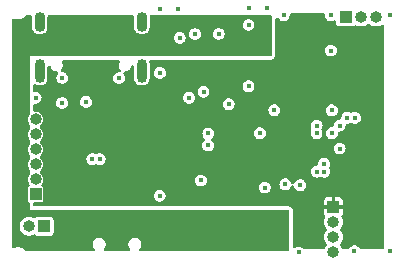
<source format=gbr>
%TF.GenerationSoftware,KiCad,Pcbnew,8.0.2-1*%
%TF.CreationDate,2024-05-16T14:53:04+09:00*%
%TF.ProjectId,eeg,6565672e-6b69-4636-9164-5f7063625858,rev?*%
%TF.SameCoordinates,Original*%
%TF.FileFunction,Copper,L3,Inr*%
%TF.FilePolarity,Positive*%
%FSLAX46Y46*%
G04 Gerber Fmt 4.6, Leading zero omitted, Abs format (unit mm)*
G04 Created by KiCad (PCBNEW 8.0.2-1) date 2024-05-16 14:53:04*
%MOMM*%
%LPD*%
G01*
G04 APERTURE LIST*
%TA.AperFunction,ComponentPad*%
%ADD10R,1.000000X1.000000*%
%TD*%
%TA.AperFunction,ComponentPad*%
%ADD11O,1.000000X1.000000*%
%TD*%
%TA.AperFunction,ComponentPad*%
%ADD12O,0.900000X2.000000*%
%TD*%
%TA.AperFunction,ComponentPad*%
%ADD13O,0.900000X1.700000*%
%TD*%
%TA.AperFunction,ViaPad*%
%ADD14C,0.400000*%
%TD*%
%TA.AperFunction,ViaPad*%
%ADD15C,0.450000*%
%TD*%
G04 APERTURE END LIST*
D10*
%TO.N,/DVDD*%
%TO.C,J2*%
X160220000Y-106230000D03*
D11*
%TO.N,/SWDIO*%
X160220000Y-107500000D03*
%TO.N,/SWDCLK*%
X160220000Y-108770000D03*
%TO.N,GND*%
X160220000Y-110040000D03*
%TD*%
D10*
%TO.N,/UART_RX*%
%TO.C,J1*%
X161265000Y-90160000D03*
D11*
%TO.N,/UART_TX*%
X162535000Y-90160000D03*
%TO.N,GND*%
X163805000Y-90160000D03*
%TD*%
D10*
%TO.N,/ads1299/1P*%
%TO.C,J4*%
X135000000Y-105175000D03*
D11*
%TO.N,/ads1299/2P*%
X135000000Y-103905000D03*
%TO.N,/ads1299/3P*%
X135000000Y-102635000D03*
%TO.N,/ads1299/4P*%
X135000000Y-101365000D03*
%TO.N,/ads1299/REF*%
X135000000Y-100095000D03*
%TO.N,/ads1299/BIAS*%
X135000000Y-98825000D03*
%TD*%
D10*
%TO.N,Net-(BT1-+)*%
%TO.C,BT1*%
X135720000Y-107870000D03*
D11*
%TO.N,GND*%
X134450000Y-107870000D03*
%TD*%
D12*
%TO.N,unconnected-(J3-SHIELD-PadS1)_0*%
%TO.C,J3*%
X135350000Y-94750000D03*
%TO.N,unconnected-(J3-SHIELD-PadS1)_2*%
X144000000Y-94750000D03*
D13*
%TO.N,unconnected-(J3-SHIELD-PadS1)*%
X135350000Y-90580000D03*
%TO.N,unconnected-(J3-SHIELD-PadS1)_1*%
X144000000Y-90580000D03*
%TD*%
D14*
%TO.N,VSSA*%
X153100000Y-89400000D03*
X154600000Y-89400000D03*
X153031075Y-90834648D03*
%TO.N,/DVDD*%
X152740000Y-101520000D03*
X147379996Y-98330000D03*
X157050000Y-91670000D03*
X159100000Y-94530000D03*
X145600000Y-104440000D03*
X156100000Y-100520000D03*
X157737500Y-108262500D03*
X157737500Y-106602500D03*
X156320000Y-102250000D03*
%TO.N,/USB-C/VBUS_IN*%
X137250000Y-97440000D03*
X142075000Y-95330000D03*
X147200000Y-91920000D03*
X137275000Y-95330000D03*
%TO.N,/nrf5340/VBUS_OUT*%
X139285774Y-97345000D03*
X155220000Y-98050000D03*
%TO.N,/AVDD*%
X153030000Y-96020000D03*
X149150000Y-108280000D03*
D15*
X149620000Y-92670000D03*
D14*
X151340000Y-97540000D03*
X154420000Y-91000000D03*
X139190000Y-92610000D03*
X148120000Y-107260000D03*
%TO.N,/power/CHG*%
X145525000Y-89500000D03*
X145520000Y-94890000D03*
%TO.N,/nrf5340/SDA*%
X145500000Y-105300000D03*
X159440000Y-103250000D03*
%TO.N,/power/PVDD*%
X149610000Y-101040000D03*
X149620000Y-100020000D03*
X147100000Y-89500000D03*
X149220000Y-96500000D03*
X139800000Y-102190000D03*
X140430000Y-102190000D03*
%TO.N,GND*%
X148000000Y-97000000D03*
X160000000Y-90000000D03*
X135000000Y-97000000D03*
X156000000Y-90000000D03*
X154000000Y-100000000D03*
X160000000Y-93000000D03*
X165000000Y-90000000D03*
X149000000Y-104000000D03*
X162000000Y-110000000D03*
X165000000Y-110000000D03*
%TO.N,/nrf5340/BMI270_CS*%
X157300000Y-110100000D03*
X160740000Y-99350000D03*
%TO.N,/ads1299/SCK*%
X154405823Y-104600498D03*
X160090000Y-100000000D03*
%TO.N,/ads1299/MISO*%
X160090000Y-98060000D03*
X156147102Y-104324650D03*
%TO.N,/ads1299/~{DRDY}*%
X161390000Y-98700000D03*
%TO.N,/ads1299/MOSI*%
X158790000Y-103250000D03*
%TO.N,/ads1299/~{ADS1299_CS}*%
X160740000Y-101300000D03*
%TO.N,/ads1299/START*%
X159440000Y-102600000D03*
%TO.N,/USB-C/DP1*%
X150500000Y-91600000D03*
X158790000Y-99350000D03*
%TO.N,/USB-C/DN1*%
X158790000Y-100000000D03*
X148500000Y-91600000D03*
%TO.N,/BMI270_INT1*%
X162040000Y-98700000D03*
X157400000Y-104400000D03*
%TD*%
%TA.AperFunction,Conductor*%
%TO.N,/AVDD*%
G36*
X134625000Y-90019962D02*
G01*
X134679538Y-90074500D01*
X134699500Y-90149000D01*
X134699500Y-91044072D01*
X134724498Y-91169743D01*
X134724499Y-91169745D01*
X134773531Y-91288119D01*
X134773533Y-91288123D01*
X134773535Y-91288127D01*
X134844724Y-91394669D01*
X134935331Y-91485276D01*
X135041873Y-91556465D01*
X135160256Y-91605501D01*
X135285931Y-91630500D01*
X135285935Y-91630500D01*
X135414065Y-91630500D01*
X135414069Y-91630500D01*
X135539744Y-91605501D01*
X135658127Y-91556465D01*
X135764669Y-91485276D01*
X135855276Y-91394669D01*
X135926465Y-91288127D01*
X135975501Y-91169744D01*
X136000500Y-91044069D01*
X136000500Y-90149000D01*
X136020462Y-90074500D01*
X136075000Y-90019962D01*
X136149500Y-90000000D01*
X143200500Y-90000000D01*
X143275000Y-90019962D01*
X143329538Y-90074500D01*
X143349500Y-90149000D01*
X143349500Y-91044072D01*
X143374498Y-91169743D01*
X143374499Y-91169745D01*
X143423531Y-91288119D01*
X143423533Y-91288123D01*
X143423535Y-91288127D01*
X143494724Y-91394669D01*
X143585331Y-91485276D01*
X143691873Y-91556465D01*
X143810256Y-91605501D01*
X143935931Y-91630500D01*
X143935935Y-91630500D01*
X144064065Y-91630500D01*
X144064069Y-91630500D01*
X144189744Y-91605501D01*
X144308127Y-91556465D01*
X144414669Y-91485276D01*
X144505276Y-91394669D01*
X144576465Y-91288127D01*
X144625501Y-91169744D01*
X144650500Y-91044069D01*
X144650500Y-90834644D01*
X152525428Y-90834644D01*
X152525428Y-90834651D01*
X152545909Y-90977102D01*
X152545909Y-90977103D01*
X152545910Y-90977105D01*
X152576492Y-91044069D01*
X152601806Y-91099500D01*
X152605698Y-91108021D01*
X152699947Y-91216791D01*
X152821022Y-91294601D01*
X152959114Y-91335148D01*
X152959116Y-91335148D01*
X153103034Y-91335148D01*
X153103036Y-91335148D01*
X153241128Y-91294601D01*
X153362203Y-91216791D01*
X153456452Y-91108021D01*
X153516240Y-90977105D01*
X153536722Y-90834648D01*
X153536722Y-90834644D01*
X153516240Y-90692193D01*
X153516240Y-90692191D01*
X153456452Y-90561275D01*
X153362203Y-90452505D01*
X153362202Y-90452504D01*
X153328540Y-90430871D01*
X153241128Y-90374695D01*
X153241125Y-90374694D01*
X153103042Y-90334149D01*
X153103037Y-90334148D01*
X153103036Y-90334148D01*
X152959114Y-90334148D01*
X152959112Y-90334148D01*
X152959107Y-90334149D01*
X152821024Y-90374694D01*
X152699947Y-90452504D01*
X152699945Y-90452507D01*
X152605697Y-90561276D01*
X152545909Y-90692193D01*
X152525428Y-90834644D01*
X144650500Y-90834644D01*
X144650500Y-90149000D01*
X144670462Y-90074500D01*
X144725000Y-90019962D01*
X144799500Y-90000000D01*
X145438906Y-90000000D01*
X145445896Y-90000500D01*
X145453039Y-90000500D01*
X145604104Y-90000500D01*
X145611094Y-90000000D01*
X147013906Y-90000000D01*
X147020896Y-90000500D01*
X147028039Y-90000500D01*
X147179104Y-90000500D01*
X147186094Y-90000000D01*
X154851000Y-90000000D01*
X154925500Y-90019962D01*
X154980038Y-90074500D01*
X155000000Y-90149000D01*
X155000000Y-93351000D01*
X154980038Y-93425500D01*
X154925500Y-93480038D01*
X154851000Y-93500000D01*
X134500000Y-93500000D01*
X134500000Y-96950069D01*
X134498483Y-96971274D01*
X134494353Y-96999998D01*
X134494353Y-97000001D01*
X134498483Y-97028724D01*
X134500000Y-97049930D01*
X134500000Y-98357826D01*
X134480038Y-98432326D01*
X134473625Y-98442467D01*
X134419780Y-98520475D01*
X134419779Y-98520477D01*
X134363763Y-98668181D01*
X134344722Y-98825000D01*
X134363763Y-98981820D01*
X134419780Y-99129524D01*
X134473625Y-99207532D01*
X134499517Y-99280184D01*
X134500000Y-99292173D01*
X134500000Y-99627826D01*
X134480038Y-99702326D01*
X134473625Y-99712467D01*
X134419780Y-99790475D01*
X134419779Y-99790477D01*
X134363763Y-99938181D01*
X134344722Y-100095000D01*
X134363763Y-100251820D01*
X134419780Y-100399524D01*
X134473625Y-100477532D01*
X134499517Y-100550184D01*
X134500000Y-100562173D01*
X134500000Y-100897826D01*
X134480038Y-100972326D01*
X134473625Y-100982467D01*
X134419780Y-101060475D01*
X134419779Y-101060477D01*
X134363763Y-101208181D01*
X134344722Y-101365000D01*
X134363763Y-101521820D01*
X134419780Y-101669524D01*
X134473625Y-101747532D01*
X134499517Y-101820184D01*
X134500000Y-101832173D01*
X134500000Y-102167826D01*
X134480038Y-102242326D01*
X134473625Y-102252467D01*
X134419780Y-102330475D01*
X134419779Y-102330477D01*
X134363763Y-102478181D01*
X134344722Y-102635000D01*
X134363763Y-102791820D01*
X134419780Y-102939524D01*
X134473625Y-103017532D01*
X134499517Y-103090184D01*
X134500000Y-103102173D01*
X134500000Y-103437826D01*
X134480038Y-103512326D01*
X134473625Y-103522467D01*
X134419780Y-103600475D01*
X134419779Y-103600477D01*
X134363763Y-103748181D01*
X134344722Y-103905000D01*
X134363763Y-104061820D01*
X134419780Y-104209524D01*
X134473625Y-104287532D01*
X134499517Y-104360184D01*
X134500000Y-104372173D01*
X134500000Y-104414353D01*
X134480038Y-104488853D01*
X134433781Y-104538241D01*
X134391497Y-104566494D01*
X134391493Y-104566498D01*
X134358235Y-104616273D01*
X134358232Y-104616280D01*
X134349500Y-104660176D01*
X134349500Y-105689823D01*
X134358232Y-105733719D01*
X134358235Y-105733726D01*
X134391493Y-105783501D01*
X134391498Y-105783506D01*
X134433779Y-105811757D01*
X134484634Y-105869744D01*
X134500000Y-105935646D01*
X134500000Y-106500000D01*
X156351000Y-106500000D01*
X156425500Y-106519962D01*
X156480038Y-106574500D01*
X156500000Y-106649000D01*
X156500000Y-109851000D01*
X156480038Y-109925500D01*
X156425500Y-109980038D01*
X156351000Y-110000000D01*
X143927665Y-110000000D01*
X143853165Y-109980038D01*
X143798627Y-109925500D01*
X143778665Y-109851000D01*
X143798627Y-109776500D01*
X143822306Y-109745641D01*
X143833309Y-109734638D01*
X143905059Y-109610362D01*
X143942200Y-109471751D01*
X143942200Y-109328249D01*
X143905059Y-109189638D01*
X143833309Y-109065362D01*
X143731838Y-108963891D01*
X143607562Y-108892141D01*
X143468951Y-108855000D01*
X143325449Y-108855000D01*
X143186838Y-108892141D01*
X143186836Y-108892141D01*
X143186836Y-108892142D01*
X143062561Y-108963891D01*
X142961091Y-109065361D01*
X142889342Y-109189636D01*
X142852200Y-109328247D01*
X142852200Y-109328249D01*
X142852200Y-109471751D01*
X142889341Y-109610362D01*
X142947595Y-109711262D01*
X142961091Y-109734638D01*
X142972094Y-109745641D01*
X143010658Y-109812436D01*
X143010658Y-109889564D01*
X142972094Y-109956359D01*
X142905299Y-109994923D01*
X142866735Y-110000000D01*
X140930465Y-110000000D01*
X140855965Y-109980038D01*
X140801427Y-109925500D01*
X140781465Y-109851000D01*
X140801427Y-109776500D01*
X140825106Y-109745641D01*
X140836109Y-109734638D01*
X140907859Y-109610362D01*
X140945000Y-109471751D01*
X140945000Y-109328249D01*
X140907859Y-109189638D01*
X140836109Y-109065362D01*
X140734638Y-108963891D01*
X140610362Y-108892141D01*
X140471751Y-108855000D01*
X140328249Y-108855000D01*
X140189638Y-108892141D01*
X140189636Y-108892141D01*
X140189636Y-108892142D01*
X140065361Y-108963891D01*
X139963891Y-109065361D01*
X139892142Y-109189636D01*
X139855000Y-109328247D01*
X139855000Y-109328249D01*
X139855000Y-109471751D01*
X139892141Y-109610362D01*
X139950395Y-109711262D01*
X139963891Y-109734638D01*
X139974894Y-109745641D01*
X140013458Y-109812436D01*
X140013458Y-109889564D01*
X139974894Y-109956359D01*
X139908099Y-109994923D01*
X139869535Y-110000000D01*
X134264506Y-110000000D01*
X134190006Y-109980038D01*
X134159147Y-109956359D01*
X134042165Y-109839377D01*
X134042162Y-109839374D01*
X134001847Y-109812436D01*
X133902870Y-109746301D01*
X133902858Y-109746294D01*
X133780136Y-109695461D01*
X133748082Y-109682184D01*
X133748080Y-109682183D01*
X133748079Y-109682183D01*
X133583767Y-109649500D01*
X133416233Y-109649500D01*
X133251920Y-109682183D01*
X133206018Y-109701196D01*
X133129549Y-109711262D01*
X133058293Y-109681745D01*
X133011341Y-109620555D01*
X133000000Y-109563537D01*
X133000000Y-107869998D01*
X133644435Y-107869998D01*
X133644435Y-107870001D01*
X133664631Y-108049252D01*
X133664631Y-108049254D01*
X133664632Y-108049255D01*
X133724211Y-108219522D01*
X133820184Y-108372262D01*
X133947738Y-108499816D01*
X134100478Y-108595789D01*
X134270745Y-108655368D01*
X134360372Y-108665466D01*
X134449999Y-108675565D01*
X134450000Y-108675565D01*
X134450001Y-108675565D01*
X134520825Y-108667585D01*
X134629255Y-108655368D01*
X134799522Y-108595789D01*
X134834813Y-108573614D01*
X134908511Y-108550879D01*
X134983706Y-108568040D01*
X135019445Y-108594416D01*
X135047235Y-108622206D01*
X135150009Y-108667585D01*
X135175135Y-108670500D01*
X136264864Y-108670499D01*
X136264866Y-108670499D01*
X136277427Y-108669042D01*
X136289991Y-108667585D01*
X136392765Y-108622206D01*
X136472206Y-108542765D01*
X136517585Y-108439991D01*
X136520500Y-108414865D01*
X136520499Y-107325136D01*
X136517585Y-107300009D01*
X136472206Y-107197235D01*
X136392765Y-107117794D01*
X136392764Y-107117793D01*
X136289994Y-107072416D01*
X136289991Y-107072415D01*
X136289982Y-107072414D01*
X136264865Y-107069500D01*
X136264859Y-107069500D01*
X135175133Y-107069500D01*
X135150010Y-107072414D01*
X135150007Y-107072415D01*
X135047234Y-107117793D01*
X135019444Y-107145584D01*
X134952648Y-107184147D01*
X134875520Y-107184146D01*
X134834814Y-107166386D01*
X134799523Y-107144211D01*
X134629252Y-107084631D01*
X134629253Y-107084631D01*
X134450001Y-107064435D01*
X134449999Y-107064435D01*
X134270747Y-107084631D01*
X134100477Y-107144211D01*
X133947738Y-107240184D01*
X133820184Y-107367738D01*
X133724211Y-107520477D01*
X133664631Y-107690747D01*
X133644435Y-107869998D01*
X133000000Y-107869998D01*
X133000000Y-91919996D01*
X146694353Y-91919996D01*
X146694353Y-91920003D01*
X146714834Y-92062454D01*
X146714834Y-92062455D01*
X146714835Y-92062457D01*
X146774623Y-92193373D01*
X146868872Y-92302143D01*
X146989947Y-92379953D01*
X147128039Y-92420500D01*
X147128041Y-92420500D01*
X147271959Y-92420500D01*
X147271961Y-92420500D01*
X147410053Y-92379953D01*
X147531128Y-92302143D01*
X147625377Y-92193373D01*
X147685165Y-92062457D01*
X147705647Y-91920000D01*
X147705647Y-91919996D01*
X147685165Y-91777545D01*
X147685165Y-91777543D01*
X147625377Y-91646627D01*
X147584971Y-91599996D01*
X147994353Y-91599996D01*
X147994353Y-91600003D01*
X148014834Y-91742454D01*
X148014834Y-91742455D01*
X148014835Y-91742457D01*
X148074623Y-91873373D01*
X148168872Y-91982143D01*
X148289947Y-92059953D01*
X148428039Y-92100500D01*
X148428041Y-92100500D01*
X148571959Y-92100500D01*
X148571961Y-92100500D01*
X148710053Y-92059953D01*
X148831128Y-91982143D01*
X148925377Y-91873373D01*
X148985165Y-91742457D01*
X149004856Y-91605501D01*
X149005647Y-91600003D01*
X149005647Y-91599996D01*
X149994353Y-91599996D01*
X149994353Y-91600003D01*
X150014834Y-91742454D01*
X150014834Y-91742455D01*
X150014835Y-91742457D01*
X150074623Y-91873373D01*
X150168872Y-91982143D01*
X150289947Y-92059953D01*
X150428039Y-92100500D01*
X150428041Y-92100500D01*
X150571959Y-92100500D01*
X150571961Y-92100500D01*
X150710053Y-92059953D01*
X150831128Y-91982143D01*
X150925377Y-91873373D01*
X150985165Y-91742457D01*
X151004856Y-91605501D01*
X151005647Y-91600003D01*
X151005647Y-91599996D01*
X150985165Y-91457545D01*
X150985165Y-91457543D01*
X150925377Y-91326627D01*
X150831128Y-91217857D01*
X150831127Y-91217856D01*
X150797465Y-91196223D01*
X150710053Y-91140047D01*
X150710050Y-91140046D01*
X150571967Y-91099501D01*
X150571962Y-91099500D01*
X150571961Y-91099500D01*
X150428039Y-91099500D01*
X150428037Y-91099500D01*
X150428032Y-91099501D01*
X150289949Y-91140046D01*
X150168872Y-91217856D01*
X150168870Y-91217859D01*
X150074622Y-91326628D01*
X150014834Y-91457545D01*
X149994353Y-91599996D01*
X149005647Y-91599996D01*
X148985165Y-91457545D01*
X148985165Y-91457543D01*
X148925377Y-91326627D01*
X148831128Y-91217857D01*
X148831127Y-91217856D01*
X148797465Y-91196223D01*
X148710053Y-91140047D01*
X148710050Y-91140046D01*
X148571967Y-91099501D01*
X148571962Y-91099500D01*
X148571961Y-91099500D01*
X148428039Y-91099500D01*
X148428037Y-91099500D01*
X148428032Y-91099501D01*
X148289949Y-91140046D01*
X148168872Y-91217856D01*
X148168870Y-91217859D01*
X148074622Y-91326628D01*
X148014834Y-91457545D01*
X147994353Y-91599996D01*
X147584971Y-91599996D01*
X147531128Y-91537857D01*
X147531127Y-91537856D01*
X147497465Y-91516223D01*
X147410053Y-91460047D01*
X147401532Y-91457545D01*
X147271967Y-91419501D01*
X147271962Y-91419500D01*
X147271961Y-91419500D01*
X147128039Y-91419500D01*
X147128037Y-91419500D01*
X147128032Y-91419501D01*
X146989949Y-91460046D01*
X146868872Y-91537856D01*
X146868870Y-91537859D01*
X146774622Y-91646628D01*
X146714834Y-91777545D01*
X146694353Y-91919996D01*
X133000000Y-91919996D01*
X133000000Y-90436462D01*
X133019962Y-90361962D01*
X133074500Y-90307424D01*
X133149000Y-90287462D01*
X133206018Y-90298803D01*
X133251918Y-90317816D01*
X133416233Y-90350500D01*
X133583767Y-90350500D01*
X133748082Y-90317816D01*
X133902863Y-90253703D01*
X134042162Y-90160626D01*
X134159147Y-90043641D01*
X134225942Y-90005077D01*
X134264506Y-90000000D01*
X134550500Y-90000000D01*
X134625000Y-90019962D01*
G37*
%TD.AperFunction*%
%TD*%
%TA.AperFunction,Conductor*%
%TO.N,/DVDD*%
G36*
X159419850Y-89853829D02*
G01*
X159474750Y-89908002D01*
X159495209Y-89982368D01*
X159494353Y-89994937D01*
X159494353Y-90000003D01*
X159514834Y-90142454D01*
X159514834Y-90142455D01*
X159514835Y-90142457D01*
X159574623Y-90273373D01*
X159668872Y-90382143D01*
X159789947Y-90459953D01*
X159928039Y-90500500D01*
X159928041Y-90500500D01*
X160071959Y-90500500D01*
X160071961Y-90500500D01*
X160210053Y-90459953D01*
X160234945Y-90443955D01*
X160308406Y-90420470D01*
X160383772Y-90436862D01*
X160440844Y-90488742D01*
X160464331Y-90562207D01*
X160464500Y-90569300D01*
X160464500Y-90704866D01*
X160467414Y-90729989D01*
X160467415Y-90729992D01*
X160512793Y-90832764D01*
X160512794Y-90832765D01*
X160592235Y-90912206D01*
X160695009Y-90957585D01*
X160720135Y-90960500D01*
X161809864Y-90960499D01*
X161809866Y-90960499D01*
X161822427Y-90959042D01*
X161834991Y-90957585D01*
X161937765Y-90912206D01*
X161965555Y-90884415D01*
X162032347Y-90845853D01*
X162109475Y-90845852D01*
X162150185Y-90863613D01*
X162185478Y-90885789D01*
X162355745Y-90945368D01*
X162445372Y-90955466D01*
X162534999Y-90965565D01*
X162535000Y-90965565D01*
X162535001Y-90965565D01*
X162605825Y-90957585D01*
X162714255Y-90945368D01*
X162884522Y-90885789D01*
X163037262Y-90789816D01*
X163064641Y-90762437D01*
X163131436Y-90723873D01*
X163208564Y-90723873D01*
X163275359Y-90762437D01*
X163302738Y-90789816D01*
X163455478Y-90885789D01*
X163625745Y-90945368D01*
X163715372Y-90955466D01*
X163804999Y-90965565D01*
X163805000Y-90965565D01*
X163805001Y-90965565D01*
X163875825Y-90957585D01*
X163984255Y-90945368D01*
X164154522Y-90885789D01*
X164271727Y-90812143D01*
X164345428Y-90789410D01*
X164420623Y-90806573D01*
X164477162Y-90859033D01*
X164499896Y-90932734D01*
X164500000Y-90938306D01*
X164500000Y-109651989D01*
X164480038Y-109726489D01*
X164425500Y-109781027D01*
X164351993Y-109800986D01*
X162561537Y-109812922D01*
X162486906Y-109793457D01*
X162432006Y-109739284D01*
X162425641Y-109727038D01*
X162425376Y-109726625D01*
X162360703Y-109651989D01*
X162331128Y-109617857D01*
X162331127Y-109617856D01*
X162297465Y-109596223D01*
X162210053Y-109540047D01*
X162210050Y-109540046D01*
X162071967Y-109499501D01*
X162071962Y-109499500D01*
X162071961Y-109499500D01*
X161928039Y-109499500D01*
X161928037Y-109499500D01*
X161928032Y-109499501D01*
X161789949Y-109540046D01*
X161668872Y-109617856D01*
X161668870Y-109617859D01*
X161574621Y-109726629D01*
X161571564Y-109733324D01*
X161522455Y-109792797D01*
X161450189Y-109819748D01*
X161437024Y-109820419D01*
X161098762Y-109822674D01*
X161024131Y-109803209D01*
X160969231Y-109749036D01*
X160957131Y-109722889D01*
X160945790Y-109690479D01*
X160900158Y-109617857D01*
X160849816Y-109537738D01*
X160822437Y-109510359D01*
X160783873Y-109443564D01*
X160783873Y-109366436D01*
X160822437Y-109299641D01*
X160849815Y-109272263D01*
X160849816Y-109272262D01*
X160945789Y-109119522D01*
X161005368Y-108949255D01*
X161025565Y-108770000D01*
X161005368Y-108590745D01*
X160945789Y-108420478D01*
X160849816Y-108267738D01*
X160822437Y-108240359D01*
X160783873Y-108173564D01*
X160783873Y-108096436D01*
X160822437Y-108029641D01*
X160849815Y-108002263D01*
X160849816Y-108002262D01*
X160945789Y-107849522D01*
X161005368Y-107679255D01*
X161025565Y-107500000D01*
X161005368Y-107320745D01*
X160945789Y-107150478D01*
X160923341Y-107114752D01*
X160900607Y-107041050D01*
X160917770Y-106965856D01*
X160944145Y-106930119D01*
X160971787Y-106902477D01*
X161017091Y-106799871D01*
X161020000Y-106774795D01*
X161020000Y-106380000D01*
X160508674Y-106380000D01*
X160522851Y-106355445D01*
X160545000Y-106272787D01*
X160545000Y-106187213D01*
X160522851Y-106104555D01*
X160508674Y-106080000D01*
X161019999Y-106080000D01*
X161019999Y-105685205D01*
X161017090Y-105660125D01*
X160971787Y-105557522D01*
X160892478Y-105478213D01*
X160789871Y-105432908D01*
X160764796Y-105430000D01*
X160370000Y-105430000D01*
X160370000Y-105941325D01*
X160345445Y-105927149D01*
X160262787Y-105905000D01*
X160177213Y-105905000D01*
X160094555Y-105927149D01*
X160070000Y-105941325D01*
X160070000Y-105430000D01*
X159675205Y-105430000D01*
X159650125Y-105432909D01*
X159547522Y-105478212D01*
X159547522Y-105478213D01*
X159468213Y-105557521D01*
X159422908Y-105660128D01*
X159420000Y-105685204D01*
X159420000Y-106080000D01*
X159931326Y-106080000D01*
X159917149Y-106104555D01*
X159895000Y-106187213D01*
X159895000Y-106272787D01*
X159917149Y-106355445D01*
X159931326Y-106380000D01*
X159420001Y-106380000D01*
X159420001Y-106774794D01*
X159422909Y-106799874D01*
X159468212Y-106902477D01*
X159495855Y-106930120D01*
X159534419Y-106996915D01*
X159534419Y-107074043D01*
X159516660Y-107114748D01*
X159494211Y-107150476D01*
X159434631Y-107320747D01*
X159414435Y-107499998D01*
X159414435Y-107500001D01*
X159434631Y-107679252D01*
X159434631Y-107679254D01*
X159434632Y-107679255D01*
X159494211Y-107849522D01*
X159590184Y-108002262D01*
X159590185Y-108002263D01*
X159617563Y-108029641D01*
X159656127Y-108096436D01*
X159656127Y-108173564D01*
X159617563Y-108240359D01*
X159590184Y-108267738D01*
X159494211Y-108420477D01*
X159434631Y-108590747D01*
X159414435Y-108769998D01*
X159414435Y-108770001D01*
X159434631Y-108949252D01*
X159434631Y-108949254D01*
X159434632Y-108949255D01*
X159494211Y-109119522D01*
X159590184Y-109272262D01*
X159590185Y-109272263D01*
X159617563Y-109299641D01*
X159656127Y-109366436D01*
X159656127Y-109443564D01*
X159617563Y-109510359D01*
X159590184Y-109537738D01*
X159494209Y-109690479D01*
X159494209Y-109690480D01*
X159478762Y-109734623D01*
X159435313Y-109798348D01*
X159365822Y-109831811D01*
X159339118Y-109834405D01*
X157809991Y-109844599D01*
X157735360Y-109825134D01*
X157696391Y-109793175D01*
X157631133Y-109717862D01*
X157631127Y-109717856D01*
X157575976Y-109682413D01*
X157510053Y-109640047D01*
X157477648Y-109630532D01*
X157371967Y-109599501D01*
X157371962Y-109599500D01*
X157371961Y-109599500D01*
X157228039Y-109599500D01*
X157228037Y-109599500D01*
X157228032Y-109599501D01*
X157089949Y-109640046D01*
X157035055Y-109675324D01*
X156961589Y-109698808D01*
X156886224Y-109682413D01*
X156829153Y-109630532D01*
X156805669Y-109557066D01*
X156805500Y-109549977D01*
X156805500Y-106649000D01*
X156805499Y-106648992D01*
X156795093Y-106569944D01*
X156795089Y-106569924D01*
X156775129Y-106495432D01*
X156775123Y-106495412D01*
X156759509Y-106451106D01*
X156759508Y-106451102D01*
X156696059Y-106358479D01*
X156641521Y-106303941D01*
X156605828Y-106273361D01*
X156555198Y-106249116D01*
X156504569Y-106224871D01*
X156430075Y-106204910D01*
X156430055Y-106204906D01*
X156351007Y-106194500D01*
X156351000Y-106194500D01*
X134954500Y-106194500D01*
X134880000Y-106174538D01*
X134825462Y-106120000D01*
X134805500Y-106045500D01*
X134805500Y-105974500D01*
X134825462Y-105900000D01*
X134880000Y-105845462D01*
X134954500Y-105825500D01*
X135514816Y-105825500D01*
X135514820Y-105825500D01*
X135558722Y-105816767D01*
X135608504Y-105783504D01*
X135641767Y-105733722D01*
X135650500Y-105689820D01*
X135650500Y-105299996D01*
X144994353Y-105299996D01*
X144994353Y-105300003D01*
X145014834Y-105442454D01*
X145014834Y-105442455D01*
X145014835Y-105442457D01*
X145074623Y-105573373D01*
X145168872Y-105682143D01*
X145289947Y-105759953D01*
X145428039Y-105800500D01*
X145428041Y-105800500D01*
X145571959Y-105800500D01*
X145571961Y-105800500D01*
X145710053Y-105759953D01*
X145831128Y-105682143D01*
X145925377Y-105573373D01*
X145985165Y-105442457D01*
X146005647Y-105300000D01*
X146005647Y-105299996D01*
X145985165Y-105157545D01*
X145985165Y-105157543D01*
X145925377Y-105026627D01*
X145831128Y-104917857D01*
X145831127Y-104917856D01*
X145762681Y-104873869D01*
X145710053Y-104840047D01*
X145710050Y-104840046D01*
X145571967Y-104799501D01*
X145571962Y-104799500D01*
X145571961Y-104799500D01*
X145428039Y-104799500D01*
X145428037Y-104799500D01*
X145428032Y-104799501D01*
X145289949Y-104840046D01*
X145168872Y-104917856D01*
X145168870Y-104917859D01*
X145074622Y-105026628D01*
X145014834Y-105157545D01*
X144994353Y-105299996D01*
X135650500Y-105299996D01*
X135650500Y-104660180D01*
X135641767Y-104616278D01*
X135641764Y-104616273D01*
X135631221Y-104600494D01*
X153900176Y-104600494D01*
X153900176Y-104600501D01*
X153920657Y-104742952D01*
X153920657Y-104742953D01*
X153920658Y-104742955D01*
X153980446Y-104873871D01*
X154074695Y-104982641D01*
X154195770Y-105060451D01*
X154333862Y-105100998D01*
X154333864Y-105100998D01*
X154477782Y-105100998D01*
X154477784Y-105100998D01*
X154615876Y-105060451D01*
X154736951Y-104982641D01*
X154831200Y-104873871D01*
X154890988Y-104742955D01*
X154909201Y-104616280D01*
X154911470Y-104600501D01*
X154911470Y-104600494D01*
X154895809Y-104491575D01*
X154890988Y-104458041D01*
X154831200Y-104327125D01*
X154829052Y-104324646D01*
X155641455Y-104324646D01*
X155641455Y-104324653D01*
X155661936Y-104467104D01*
X155661936Y-104467105D01*
X155661937Y-104467107D01*
X155721725Y-104598023D01*
X155815974Y-104706793D01*
X155937049Y-104784603D01*
X156075141Y-104825150D01*
X156075143Y-104825150D01*
X156219061Y-104825150D01*
X156219063Y-104825150D01*
X156357155Y-104784603D01*
X156478230Y-104706793D01*
X156572479Y-104598023D01*
X156628134Y-104476154D01*
X156677241Y-104416681D01*
X156749506Y-104389728D01*
X156825566Y-104402518D01*
X156885041Y-104451625D01*
X156911152Y-104516846D01*
X156914834Y-104542455D01*
X156940211Y-104598021D01*
X156974623Y-104673373D01*
X157068872Y-104782143D01*
X157189947Y-104859953D01*
X157328039Y-104900500D01*
X157328041Y-104900500D01*
X157471959Y-104900500D01*
X157471961Y-104900500D01*
X157610053Y-104859953D01*
X157731128Y-104782143D01*
X157825377Y-104673373D01*
X157885165Y-104542457D01*
X157905647Y-104400000D01*
X157905647Y-104399996D01*
X157887441Y-104273371D01*
X157885165Y-104257543D01*
X157825377Y-104126627D01*
X157731128Y-104017857D01*
X157731127Y-104017856D01*
X157697465Y-103996223D01*
X157610053Y-103940047D01*
X157610050Y-103940046D01*
X157471967Y-103899501D01*
X157471962Y-103899500D01*
X157471961Y-103899500D01*
X157328039Y-103899500D01*
X157328037Y-103899500D01*
X157328032Y-103899501D01*
X157189949Y-103940046D01*
X157189947Y-103940046D01*
X157189947Y-103940047D01*
X157186116Y-103942509D01*
X157068872Y-104017856D01*
X157068870Y-104017859D01*
X156974622Y-104126628D01*
X156918967Y-104248494D01*
X156869859Y-104307969D01*
X156797594Y-104334921D01*
X156721534Y-104322131D01*
X156662059Y-104273023D01*
X156635948Y-104207801D01*
X156632267Y-104182193D01*
X156572479Y-104051277D01*
X156478230Y-103942507D01*
X156478229Y-103942506D01*
X156444567Y-103920873D01*
X156357155Y-103864697D01*
X156357152Y-103864696D01*
X156219069Y-103824151D01*
X156219064Y-103824150D01*
X156219063Y-103824150D01*
X156075141Y-103824150D01*
X156075139Y-103824150D01*
X156075134Y-103824151D01*
X155937051Y-103864696D01*
X155815974Y-103942506D01*
X155815972Y-103942509D01*
X155721724Y-104051278D01*
X155661936Y-104182195D01*
X155641455Y-104324646D01*
X154829052Y-104324646D01*
X154736951Y-104218355D01*
X154736950Y-104218354D01*
X154703288Y-104196721D01*
X154615876Y-104140545D01*
X154615873Y-104140544D01*
X154477790Y-104099999D01*
X154477785Y-104099998D01*
X154477784Y-104099998D01*
X154333862Y-104099998D01*
X154333860Y-104099998D01*
X154333855Y-104099999D01*
X154195772Y-104140544D01*
X154074695Y-104218354D01*
X154074693Y-104218357D01*
X153980445Y-104327126D01*
X153920657Y-104458043D01*
X153900176Y-104600494D01*
X135631221Y-104600494D01*
X135608506Y-104566498D01*
X135608501Y-104566493D01*
X135546521Y-104525080D01*
X135549119Y-104521190D01*
X135510669Y-104491575D01*
X135481283Y-104420264D01*
X135491489Y-104343814D01*
X135506419Y-104316442D01*
X135580219Y-104209525D01*
X135605655Y-104142457D01*
X135636237Y-104061818D01*
X135643743Y-103999996D01*
X148494353Y-103999996D01*
X148494353Y-104000003D01*
X148514834Y-104142454D01*
X148567394Y-104257545D01*
X148574623Y-104273373D01*
X148668872Y-104382143D01*
X148789947Y-104459953D01*
X148928039Y-104500500D01*
X148928041Y-104500500D01*
X149071959Y-104500500D01*
X149071961Y-104500500D01*
X149210053Y-104459953D01*
X149331128Y-104382143D01*
X149425377Y-104273373D01*
X149485165Y-104142457D01*
X149496759Y-104061818D01*
X149505647Y-104000003D01*
X149505647Y-103999996D01*
X149491197Y-103899500D01*
X149485165Y-103857543D01*
X149425377Y-103726627D01*
X149331128Y-103617857D01*
X149331127Y-103617856D01*
X149297465Y-103596223D01*
X149210053Y-103540047D01*
X149210050Y-103540046D01*
X149071967Y-103499501D01*
X149071962Y-103499500D01*
X149071961Y-103499500D01*
X148928039Y-103499500D01*
X148928037Y-103499500D01*
X148928032Y-103499501D01*
X148789949Y-103540046D01*
X148668872Y-103617856D01*
X148668870Y-103617859D01*
X148574622Y-103726628D01*
X148514834Y-103857545D01*
X148494353Y-103999996D01*
X135643743Y-103999996D01*
X135655278Y-103905000D01*
X135636237Y-103748182D01*
X135580220Y-103600477D01*
X135490483Y-103470470D01*
X135390087Y-103381528D01*
X135347560Y-103317185D01*
X135343496Y-103249996D01*
X158284353Y-103249996D01*
X158284353Y-103250003D01*
X158304834Y-103392454D01*
X158304834Y-103392455D01*
X158304835Y-103392457D01*
X158364623Y-103523373D01*
X158458872Y-103632143D01*
X158579947Y-103709953D01*
X158706135Y-103747004D01*
X158710144Y-103748182D01*
X158718039Y-103750500D01*
X158718041Y-103750500D01*
X158861959Y-103750500D01*
X158861961Y-103750500D01*
X159000053Y-103709953D01*
X159034447Y-103687848D01*
X159107910Y-103664366D01*
X159183275Y-103680760D01*
X159195537Y-103687839D01*
X159229947Y-103709953D01*
X159334774Y-103740732D01*
X159360144Y-103748182D01*
X159368039Y-103750500D01*
X159368041Y-103750500D01*
X159511959Y-103750500D01*
X159511961Y-103750500D01*
X159650053Y-103709953D01*
X159771128Y-103632143D01*
X159865377Y-103523373D01*
X159925165Y-103392457D01*
X159940907Y-103282971D01*
X159945647Y-103250003D01*
X159945647Y-103249996D01*
X159925165Y-103107545D01*
X159925165Y-103107543D01*
X159870066Y-102986895D01*
X159857277Y-102910838D01*
X159870066Y-102863105D01*
X159925165Y-102742457D01*
X159941738Y-102627187D01*
X159945647Y-102600003D01*
X159945647Y-102599996D01*
X159925165Y-102457545D01*
X159925165Y-102457543D01*
X159865377Y-102326627D01*
X159771128Y-102217857D01*
X159771127Y-102217856D01*
X159727786Y-102190003D01*
X159650053Y-102140047D01*
X159650050Y-102140046D01*
X159511967Y-102099501D01*
X159511962Y-102099500D01*
X159511961Y-102099500D01*
X159368039Y-102099500D01*
X159368037Y-102099500D01*
X159368032Y-102099501D01*
X159229949Y-102140046D01*
X159108872Y-102217856D01*
X159108870Y-102217859D01*
X159014622Y-102326628D01*
X158954834Y-102457545D01*
X158934353Y-102599996D01*
X158934353Y-102600500D01*
X158934196Y-102601082D01*
X158932836Y-102610548D01*
X158931704Y-102610385D01*
X158914391Y-102675000D01*
X158859853Y-102729538D01*
X158785353Y-102749500D01*
X158718039Y-102749500D01*
X158718037Y-102749500D01*
X158718032Y-102749501D01*
X158579949Y-102790046D01*
X158579947Y-102790046D01*
X158579947Y-102790047D01*
X158553071Y-102807318D01*
X158458872Y-102867856D01*
X158458870Y-102867859D01*
X158364622Y-102976628D01*
X158304834Y-103107545D01*
X158284353Y-103249996D01*
X135343496Y-103249996D01*
X135342903Y-103240197D01*
X135377363Y-103171196D01*
X135390088Y-103158471D01*
X135447572Y-103107545D01*
X135490483Y-103069530D01*
X135580220Y-102939523D01*
X135636237Y-102791818D01*
X135655278Y-102635000D01*
X135636237Y-102478182D01*
X135628410Y-102457545D01*
X135580220Y-102330477D01*
X135577563Y-102326627D01*
X135490483Y-102200470D01*
X135478660Y-102189996D01*
X139294353Y-102189996D01*
X139294353Y-102190003D01*
X139314834Y-102332454D01*
X139314834Y-102332455D01*
X139314835Y-102332457D01*
X139374623Y-102463373D01*
X139468872Y-102572143D01*
X139589947Y-102649953D01*
X139728039Y-102690500D01*
X139728041Y-102690500D01*
X139871959Y-102690500D01*
X139871961Y-102690500D01*
X140010053Y-102649953D01*
X140034444Y-102634277D01*
X140107909Y-102610793D01*
X140183275Y-102627187D01*
X140195551Y-102634274D01*
X140219947Y-102649953D01*
X140358039Y-102690500D01*
X140358041Y-102690500D01*
X140501959Y-102690500D01*
X140501961Y-102690500D01*
X140640053Y-102649953D01*
X140761128Y-102572143D01*
X140855377Y-102463373D01*
X140915165Y-102332457D01*
X140935647Y-102190000D01*
X140935647Y-102189996D01*
X140915165Y-102047545D01*
X140915165Y-102047543D01*
X140855377Y-101916627D01*
X140761128Y-101807857D01*
X140761127Y-101807856D01*
X140700987Y-101769207D01*
X140640053Y-101730047D01*
X140640050Y-101730046D01*
X140501967Y-101689501D01*
X140501962Y-101689500D01*
X140501961Y-101689500D01*
X140358039Y-101689500D01*
X140358037Y-101689500D01*
X140358032Y-101689501D01*
X140219949Y-101730046D01*
X140195555Y-101745723D01*
X140122089Y-101769207D01*
X140046724Y-101752812D01*
X140034445Y-101745723D01*
X140010053Y-101730047D01*
X140010050Y-101730046D01*
X139871967Y-101689501D01*
X139871962Y-101689500D01*
X139871961Y-101689500D01*
X139728039Y-101689500D01*
X139728037Y-101689500D01*
X139728032Y-101689501D01*
X139589949Y-101730046D01*
X139468872Y-101807856D01*
X139468870Y-101807859D01*
X139374622Y-101916628D01*
X139314834Y-102047545D01*
X139294353Y-102189996D01*
X135478660Y-102189996D01*
X135390087Y-102111528D01*
X135347560Y-102047185D01*
X135342903Y-101970197D01*
X135377363Y-101901196D01*
X135390088Y-101888471D01*
X135481081Y-101807859D01*
X135490483Y-101799530D01*
X135580220Y-101669523D01*
X135636237Y-101521818D01*
X135655278Y-101365000D01*
X135636237Y-101208182D01*
X135580220Y-101060477D01*
X135566083Y-101039996D01*
X149104353Y-101039996D01*
X149104353Y-101040003D01*
X149124834Y-101182454D01*
X149124834Y-101182455D01*
X149124835Y-101182457D01*
X149184623Y-101313373D01*
X149278872Y-101422143D01*
X149399947Y-101499953D01*
X149538039Y-101540500D01*
X149538041Y-101540500D01*
X149681959Y-101540500D01*
X149681961Y-101540500D01*
X149820053Y-101499953D01*
X149941128Y-101422143D01*
X150035377Y-101313373D01*
X150041486Y-101299996D01*
X160234353Y-101299996D01*
X160234353Y-101300003D01*
X160254834Y-101442454D01*
X160254834Y-101442455D01*
X160254835Y-101442457D01*
X160314623Y-101573373D01*
X160408872Y-101682143D01*
X160529947Y-101759953D01*
X160668039Y-101800500D01*
X160668041Y-101800500D01*
X160811959Y-101800500D01*
X160811961Y-101800500D01*
X160950053Y-101759953D01*
X161071128Y-101682143D01*
X161165377Y-101573373D01*
X161225165Y-101442457D01*
X161236302Y-101365000D01*
X161245647Y-101300003D01*
X161245647Y-101299996D01*
X161228747Y-101182457D01*
X161225165Y-101157543D01*
X161165377Y-101026627D01*
X161071128Y-100917857D01*
X161071127Y-100917856D01*
X161037465Y-100896223D01*
X160950053Y-100840047D01*
X160950050Y-100840046D01*
X160811967Y-100799501D01*
X160811962Y-100799500D01*
X160811961Y-100799500D01*
X160668039Y-100799500D01*
X160668037Y-100799500D01*
X160668032Y-100799501D01*
X160529949Y-100840046D01*
X160408872Y-100917856D01*
X160408870Y-100917859D01*
X160314622Y-101026628D01*
X160254834Y-101157545D01*
X160234353Y-101299996D01*
X150041486Y-101299996D01*
X150095165Y-101182457D01*
X150115647Y-101040000D01*
X150115647Y-101039996D01*
X150098086Y-100917857D01*
X150095165Y-100897543D01*
X150035377Y-100766627D01*
X149941128Y-100657857D01*
X149941122Y-100657853D01*
X149933076Y-100650881D01*
X149934132Y-100649662D01*
X149890340Y-100601489D01*
X149873945Y-100526124D01*
X149897429Y-100452658D01*
X149942220Y-100407867D01*
X149951128Y-100402143D01*
X150045377Y-100293373D01*
X150105165Y-100162457D01*
X150115406Y-100091228D01*
X150125647Y-100020003D01*
X150125647Y-100019996D01*
X150122771Y-99999996D01*
X153494353Y-99999996D01*
X153494353Y-100000003D01*
X153514834Y-100142454D01*
X153514834Y-100142455D01*
X153514835Y-100142457D01*
X153574623Y-100273373D01*
X153668872Y-100382143D01*
X153789947Y-100459953D01*
X153928039Y-100500500D01*
X153928041Y-100500500D01*
X154071959Y-100500500D01*
X154071961Y-100500500D01*
X154210053Y-100459953D01*
X154331128Y-100382143D01*
X154425377Y-100273373D01*
X154485165Y-100142457D01*
X154502771Y-100020003D01*
X154505647Y-100000003D01*
X154505647Y-99999996D01*
X154488041Y-99877545D01*
X154485165Y-99857543D01*
X154425377Y-99726627D01*
X154331128Y-99617857D01*
X154331127Y-99617856D01*
X154297465Y-99596223D01*
X154210053Y-99540047D01*
X154210050Y-99540046D01*
X154071967Y-99499501D01*
X154071962Y-99499500D01*
X154071961Y-99499500D01*
X153928039Y-99499500D01*
X153928037Y-99499500D01*
X153928032Y-99499501D01*
X153789949Y-99540046D01*
X153668872Y-99617856D01*
X153668870Y-99617859D01*
X153574622Y-99726628D01*
X153514834Y-99857545D01*
X153494353Y-99999996D01*
X150122771Y-99999996D01*
X150105165Y-99877545D01*
X150105165Y-99877543D01*
X150045377Y-99746627D01*
X149951128Y-99637857D01*
X149951127Y-99637856D01*
X149912608Y-99613102D01*
X149830053Y-99560047D01*
X149830050Y-99560046D01*
X149691967Y-99519501D01*
X149691962Y-99519500D01*
X149691961Y-99519500D01*
X149548039Y-99519500D01*
X149548037Y-99519500D01*
X149548032Y-99519501D01*
X149409949Y-99560046D01*
X149288872Y-99637856D01*
X149288870Y-99637859D01*
X149194622Y-99746628D01*
X149134834Y-99877545D01*
X149114353Y-100019996D01*
X149114353Y-100020003D01*
X149134834Y-100162454D01*
X149134834Y-100162455D01*
X149134835Y-100162457D01*
X149194623Y-100293373D01*
X149288872Y-100402143D01*
X149288877Y-100402146D01*
X149296924Y-100409119D01*
X149295867Y-100410338D01*
X149339657Y-100458506D01*
X149356054Y-100533871D01*
X149332573Y-100607337D01*
X149287783Y-100652130D01*
X149278874Y-100657855D01*
X149278870Y-100657859D01*
X149184622Y-100766628D01*
X149124834Y-100897545D01*
X149104353Y-101039996D01*
X135566083Y-101039996D01*
X135490483Y-100930470D01*
X135390087Y-100841528D01*
X135347560Y-100777185D01*
X135342903Y-100700197D01*
X135377363Y-100631196D01*
X135390088Y-100618471D01*
X135433460Y-100580047D01*
X135490483Y-100529530D01*
X135580220Y-100399523D01*
X135636237Y-100251818D01*
X135655278Y-100095000D01*
X135636237Y-99938182D01*
X135613240Y-99877545D01*
X135580220Y-99790477D01*
X135549953Y-99746628D01*
X135490483Y-99660470D01*
X135390087Y-99571528D01*
X135347560Y-99507185D01*
X135342903Y-99430197D01*
X135377363Y-99361196D01*
X135388563Y-99349996D01*
X158284353Y-99349996D01*
X158284353Y-99350003D01*
X158304834Y-99492456D01*
X158359932Y-99613103D01*
X158372722Y-99689163D01*
X158359932Y-99736897D01*
X158304834Y-99857543D01*
X158284353Y-99999996D01*
X158284353Y-100000003D01*
X158304834Y-100142454D01*
X158304834Y-100142455D01*
X158304835Y-100142457D01*
X158364623Y-100273373D01*
X158458872Y-100382143D01*
X158579947Y-100459953D01*
X158718039Y-100500500D01*
X158718041Y-100500500D01*
X158861959Y-100500500D01*
X158861961Y-100500500D01*
X159000053Y-100459953D01*
X159121128Y-100382143D01*
X159215377Y-100273373D01*
X159275165Y-100142457D01*
X159292517Y-100021773D01*
X159299694Y-100005012D01*
X159297008Y-99994986D01*
X159580305Y-99994986D01*
X159587483Y-100021773D01*
X159604834Y-100142454D01*
X159604834Y-100142455D01*
X159604835Y-100142457D01*
X159664623Y-100273373D01*
X159758872Y-100382143D01*
X159879947Y-100459953D01*
X160018039Y-100500500D01*
X160018041Y-100500500D01*
X160161959Y-100500500D01*
X160161961Y-100500500D01*
X160300053Y-100459953D01*
X160421128Y-100382143D01*
X160515377Y-100273373D01*
X160575165Y-100142457D01*
X160592771Y-100020003D01*
X160595647Y-100000003D01*
X160595647Y-99999500D01*
X160595803Y-99998917D01*
X160597164Y-99989452D01*
X160598295Y-99989614D01*
X160615609Y-99925000D01*
X160670147Y-99870462D01*
X160744647Y-99850500D01*
X160811959Y-99850500D01*
X160811961Y-99850500D01*
X160950053Y-99809953D01*
X161071128Y-99732143D01*
X161165377Y-99623373D01*
X161225165Y-99492457D01*
X161235406Y-99421228D01*
X161245647Y-99350003D01*
X161245647Y-99349500D01*
X161245803Y-99348917D01*
X161247164Y-99339452D01*
X161248295Y-99339614D01*
X161265609Y-99275000D01*
X161320147Y-99220462D01*
X161394647Y-99200500D01*
X161461959Y-99200500D01*
X161461961Y-99200500D01*
X161600053Y-99159953D01*
X161634447Y-99137848D01*
X161707910Y-99114366D01*
X161783275Y-99130760D01*
X161795537Y-99137839D01*
X161829947Y-99159953D01*
X161968039Y-99200500D01*
X161968041Y-99200500D01*
X162111959Y-99200500D01*
X162111961Y-99200500D01*
X162250053Y-99159953D01*
X162371128Y-99082143D01*
X162465377Y-98973373D01*
X162525165Y-98842457D01*
X162535406Y-98771228D01*
X162545647Y-98700003D01*
X162545647Y-98699996D01*
X162525165Y-98557545D01*
X162525165Y-98557543D01*
X162465377Y-98426627D01*
X162371128Y-98317857D01*
X162371127Y-98317856D01*
X162321117Y-98285717D01*
X162250053Y-98240047D01*
X162250050Y-98240046D01*
X162111967Y-98199501D01*
X162111962Y-98199500D01*
X162111961Y-98199500D01*
X161968039Y-98199500D01*
X161968037Y-98199500D01*
X161968032Y-98199501D01*
X161829948Y-98240046D01*
X161829945Y-98240047D01*
X161795554Y-98262149D01*
X161722088Y-98285632D01*
X161646722Y-98269237D01*
X161634446Y-98262149D01*
X161600054Y-98240047D01*
X161600051Y-98240046D01*
X161461967Y-98199501D01*
X161461962Y-98199500D01*
X161461961Y-98199500D01*
X161318039Y-98199500D01*
X161318037Y-98199500D01*
X161318032Y-98199501D01*
X161179949Y-98240046D01*
X161058872Y-98317856D01*
X161058870Y-98317859D01*
X160964622Y-98426628D01*
X160904834Y-98557545D01*
X160884353Y-98699996D01*
X160884353Y-98700500D01*
X160884196Y-98701082D01*
X160882836Y-98710548D01*
X160881704Y-98710385D01*
X160864391Y-98775000D01*
X160809853Y-98829538D01*
X160735353Y-98849500D01*
X160668039Y-98849500D01*
X160668037Y-98849500D01*
X160668032Y-98849501D01*
X160529949Y-98890046D01*
X160408872Y-98967856D01*
X160408870Y-98967859D01*
X160314622Y-99076628D01*
X160254834Y-99207545D01*
X160234353Y-99349996D01*
X160234353Y-99350500D01*
X160234196Y-99351082D01*
X160232836Y-99360548D01*
X160231704Y-99360385D01*
X160214391Y-99425000D01*
X160159853Y-99479538D01*
X160085353Y-99499500D01*
X160018039Y-99499500D01*
X160018037Y-99499500D01*
X160018032Y-99499501D01*
X159879949Y-99540046D01*
X159758872Y-99617856D01*
X159758870Y-99617859D01*
X159664622Y-99726628D01*
X159604834Y-99857545D01*
X159587483Y-99978226D01*
X159580305Y-99994986D01*
X159297008Y-99994986D01*
X159292517Y-99978226D01*
X159278041Y-99877545D01*
X159275165Y-99857543D01*
X159220066Y-99736895D01*
X159207277Y-99660838D01*
X159220067Y-99613103D01*
X159275165Y-99492457D01*
X159285406Y-99421228D01*
X159295647Y-99350003D01*
X159295647Y-99349996D01*
X159275165Y-99207545D01*
X159275165Y-99207543D01*
X159215377Y-99076627D01*
X159121128Y-98967857D01*
X159121127Y-98967856D01*
X159087465Y-98946223D01*
X159000053Y-98890047D01*
X159000050Y-98890046D01*
X158861967Y-98849501D01*
X158861962Y-98849500D01*
X158861961Y-98849500D01*
X158718039Y-98849500D01*
X158718037Y-98849500D01*
X158718032Y-98849501D01*
X158579949Y-98890046D01*
X158458872Y-98967856D01*
X158458870Y-98967859D01*
X158364622Y-99076628D01*
X158304834Y-99207545D01*
X158284353Y-99349996D01*
X135388563Y-99349996D01*
X135390088Y-99348471D01*
X135400086Y-99339614D01*
X135490483Y-99259530D01*
X135580220Y-99129523D01*
X135636237Y-98981818D01*
X135655278Y-98825000D01*
X135636237Y-98668182D01*
X135580220Y-98520477D01*
X135490483Y-98390470D01*
X135372240Y-98285717D01*
X135372239Y-98285716D01*
X135232363Y-98212303D01*
X135151829Y-98192454D01*
X135078985Y-98174500D01*
X134954500Y-98174500D01*
X134880000Y-98154538D01*
X134825462Y-98100000D01*
X134812064Y-98049996D01*
X154714353Y-98049996D01*
X154714353Y-98050003D01*
X154734834Y-98192454D01*
X154734834Y-98192455D01*
X154734835Y-98192457D01*
X154794623Y-98323373D01*
X154888872Y-98432143D01*
X155009947Y-98509953D01*
X155148039Y-98550500D01*
X155148041Y-98550500D01*
X155291959Y-98550500D01*
X155291961Y-98550500D01*
X155430053Y-98509953D01*
X155551128Y-98432143D01*
X155645377Y-98323373D01*
X155705165Y-98192457D01*
X155724209Y-98060003D01*
X155724210Y-98059996D01*
X159584353Y-98059996D01*
X159584353Y-98060003D01*
X159604834Y-98202454D01*
X159604834Y-98202455D01*
X159604835Y-98202457D01*
X159664623Y-98333373D01*
X159758872Y-98442143D01*
X159879947Y-98519953D01*
X160018039Y-98560500D01*
X160018041Y-98560500D01*
X160161959Y-98560500D01*
X160161961Y-98560500D01*
X160300053Y-98519953D01*
X160421128Y-98442143D01*
X160515377Y-98333373D01*
X160575165Y-98202457D01*
X160595647Y-98060000D01*
X160595647Y-98059996D01*
X160575165Y-97917545D01*
X160575165Y-97917543D01*
X160515377Y-97786627D01*
X160421128Y-97677857D01*
X160421127Y-97677856D01*
X160387465Y-97656223D01*
X160300053Y-97600047D01*
X160300050Y-97600046D01*
X160161967Y-97559501D01*
X160161962Y-97559500D01*
X160161961Y-97559500D01*
X160018039Y-97559500D01*
X160018037Y-97559500D01*
X160018032Y-97559501D01*
X159879949Y-97600046D01*
X159758872Y-97677856D01*
X159758870Y-97677859D01*
X159664622Y-97786628D01*
X159604834Y-97917545D01*
X159584353Y-98059996D01*
X155724210Y-98059996D01*
X155725647Y-98050003D01*
X155725647Y-98049996D01*
X155705165Y-97907545D01*
X155705165Y-97907543D01*
X155645377Y-97776627D01*
X155551128Y-97667857D01*
X155551127Y-97667856D01*
X155474129Y-97618373D01*
X155430053Y-97590047D01*
X155404204Y-97582457D01*
X155291967Y-97549501D01*
X155291962Y-97549500D01*
X155291961Y-97549500D01*
X155148039Y-97549500D01*
X155148037Y-97549500D01*
X155148032Y-97549501D01*
X155009949Y-97590046D01*
X154888872Y-97667856D01*
X154888870Y-97667859D01*
X154794622Y-97776628D01*
X154734834Y-97907545D01*
X154714353Y-98049996D01*
X134812064Y-98049996D01*
X134805500Y-98025500D01*
X134805500Y-97649500D01*
X134825462Y-97575000D01*
X134880000Y-97520462D01*
X134954500Y-97500500D01*
X135071959Y-97500500D01*
X135071961Y-97500500D01*
X135210053Y-97459953D01*
X135241107Y-97439996D01*
X136744353Y-97439996D01*
X136744353Y-97440003D01*
X136764834Y-97582454D01*
X136764834Y-97582455D01*
X136764835Y-97582457D01*
X136824623Y-97713373D01*
X136918872Y-97822143D01*
X137039947Y-97899953D01*
X137178039Y-97940500D01*
X137178041Y-97940500D01*
X137321959Y-97940500D01*
X137321961Y-97940500D01*
X137460053Y-97899953D01*
X137581128Y-97822143D01*
X137675377Y-97713373D01*
X137735165Y-97582457D01*
X137752122Y-97464519D01*
X137755647Y-97440003D01*
X137755647Y-97439996D01*
X137741988Y-97344996D01*
X138780127Y-97344996D01*
X138780127Y-97345003D01*
X138800608Y-97487454D01*
X138800608Y-97487455D01*
X138800609Y-97487457D01*
X138860397Y-97618373D01*
X138954646Y-97727143D01*
X139075721Y-97804953D01*
X139213813Y-97845500D01*
X139213815Y-97845500D01*
X139357733Y-97845500D01*
X139357735Y-97845500D01*
X139495827Y-97804953D01*
X139616902Y-97727143D01*
X139711151Y-97618373D01*
X139746945Y-97539996D01*
X150834353Y-97539996D01*
X150834353Y-97540003D01*
X150854834Y-97682454D01*
X150854834Y-97682455D01*
X150854835Y-97682457D01*
X150914623Y-97813373D01*
X151008872Y-97922143D01*
X151129947Y-97999953D01*
X151268039Y-98040500D01*
X151268041Y-98040500D01*
X151411959Y-98040500D01*
X151411961Y-98040500D01*
X151550053Y-97999953D01*
X151671128Y-97922143D01*
X151765377Y-97813373D01*
X151825165Y-97682457D01*
X151837014Y-97600046D01*
X151845647Y-97540003D01*
X151845647Y-97539996D01*
X151825165Y-97397545D01*
X151825165Y-97397543D01*
X151765377Y-97266627D01*
X151671128Y-97157857D01*
X151671127Y-97157856D01*
X151637465Y-97136223D01*
X151550053Y-97080047D01*
X151550050Y-97080046D01*
X151411967Y-97039501D01*
X151411962Y-97039500D01*
X151411961Y-97039500D01*
X151268039Y-97039500D01*
X151268037Y-97039500D01*
X151268032Y-97039501D01*
X151129949Y-97080046D01*
X151008872Y-97157856D01*
X151008870Y-97157859D01*
X150914622Y-97266628D01*
X150854834Y-97397545D01*
X150834353Y-97539996D01*
X139746945Y-97539996D01*
X139770939Y-97487457D01*
X139791421Y-97345000D01*
X139791421Y-97344996D01*
X139770939Y-97202545D01*
X139770939Y-97202543D01*
X139711151Y-97071627D01*
X139649083Y-96999996D01*
X147494353Y-96999996D01*
X147494353Y-97000003D01*
X147514834Y-97142454D01*
X147514834Y-97142455D01*
X147514835Y-97142457D01*
X147574623Y-97273373D01*
X147668872Y-97382143D01*
X147789947Y-97459953D01*
X147928039Y-97500500D01*
X147928041Y-97500500D01*
X148071959Y-97500500D01*
X148071961Y-97500500D01*
X148210053Y-97459953D01*
X148331128Y-97382143D01*
X148425377Y-97273373D01*
X148485165Y-97142457D01*
X148499968Y-97039500D01*
X148505647Y-97000003D01*
X148505647Y-96999996D01*
X148485165Y-96857545D01*
X148485165Y-96857543D01*
X148425377Y-96726627D01*
X148331128Y-96617857D01*
X148331127Y-96617856D01*
X148297465Y-96596223D01*
X148210053Y-96540047D01*
X148210050Y-96540046D01*
X148073653Y-96499996D01*
X148714353Y-96499996D01*
X148714353Y-96500003D01*
X148734834Y-96642454D01*
X148734834Y-96642455D01*
X148734835Y-96642457D01*
X148794623Y-96773373D01*
X148888872Y-96882143D01*
X149009947Y-96959953D01*
X149136135Y-96997004D01*
X149146322Y-96999996D01*
X149148039Y-97000500D01*
X149148041Y-97000500D01*
X149291959Y-97000500D01*
X149291961Y-97000500D01*
X149430053Y-96959953D01*
X149551128Y-96882143D01*
X149645377Y-96773373D01*
X149705165Y-96642457D01*
X149719889Y-96540047D01*
X149725647Y-96500003D01*
X149725647Y-96499996D01*
X149705165Y-96357545D01*
X149705165Y-96357543D01*
X149645377Y-96226627D01*
X149551128Y-96117857D01*
X149551127Y-96117856D01*
X149517465Y-96096223D01*
X149430053Y-96040047D01*
X149430050Y-96040046D01*
X149361766Y-96019996D01*
X152524353Y-96019996D01*
X152524353Y-96020003D01*
X152544834Y-96162454D01*
X152544834Y-96162455D01*
X152544835Y-96162457D01*
X152604623Y-96293373D01*
X152698872Y-96402143D01*
X152819947Y-96479953D01*
X152958039Y-96520500D01*
X152958041Y-96520500D01*
X153101959Y-96520500D01*
X153101961Y-96520500D01*
X153240053Y-96479953D01*
X153361128Y-96402143D01*
X153455377Y-96293373D01*
X153515165Y-96162457D01*
X153535647Y-96020000D01*
X153535647Y-96019996D01*
X153515165Y-95877545D01*
X153515165Y-95877543D01*
X153455377Y-95746627D01*
X153361128Y-95637857D01*
X153361127Y-95637856D01*
X153314867Y-95608127D01*
X153240053Y-95560047D01*
X153240050Y-95560046D01*
X153101967Y-95519501D01*
X153101962Y-95519500D01*
X153101961Y-95519500D01*
X152958039Y-95519500D01*
X152958037Y-95519500D01*
X152958032Y-95519501D01*
X152819949Y-95560046D01*
X152698872Y-95637856D01*
X152698870Y-95637859D01*
X152604622Y-95746628D01*
X152544834Y-95877545D01*
X152524353Y-96019996D01*
X149361766Y-96019996D01*
X149291967Y-95999501D01*
X149291962Y-95999500D01*
X149291961Y-95999500D01*
X149148039Y-95999500D01*
X149148037Y-95999500D01*
X149148032Y-95999501D01*
X149009949Y-96040046D01*
X148888872Y-96117856D01*
X148888870Y-96117859D01*
X148794622Y-96226628D01*
X148734834Y-96357545D01*
X148714353Y-96499996D01*
X148073653Y-96499996D01*
X148071967Y-96499501D01*
X148071962Y-96499500D01*
X148071961Y-96499500D01*
X147928039Y-96499500D01*
X147928037Y-96499500D01*
X147928032Y-96499501D01*
X147789949Y-96540046D01*
X147668872Y-96617856D01*
X147668870Y-96617859D01*
X147574622Y-96726628D01*
X147514834Y-96857545D01*
X147494353Y-96999996D01*
X139649083Y-96999996D01*
X139616902Y-96962857D01*
X139616901Y-96962856D01*
X139580558Y-96939500D01*
X139495827Y-96885047D01*
X139485927Y-96882140D01*
X139357741Y-96844501D01*
X139357736Y-96844500D01*
X139357735Y-96844500D01*
X139213813Y-96844500D01*
X139213811Y-96844500D01*
X139213806Y-96844501D01*
X139075723Y-96885046D01*
X138954646Y-96962856D01*
X138954644Y-96962859D01*
X138860396Y-97071628D01*
X138800608Y-97202545D01*
X138780127Y-97344996D01*
X137741988Y-97344996D01*
X137735165Y-97297545D01*
X137735165Y-97297543D01*
X137675377Y-97166627D01*
X137581128Y-97057857D01*
X137581127Y-97057856D01*
X137547465Y-97036223D01*
X137460053Y-96980047D01*
X137460050Y-96980046D01*
X137321967Y-96939501D01*
X137321962Y-96939500D01*
X137321961Y-96939500D01*
X137178039Y-96939500D01*
X137178037Y-96939500D01*
X137178032Y-96939501D01*
X137039949Y-96980046D01*
X136918872Y-97057856D01*
X136918870Y-97057859D01*
X136824622Y-97166628D01*
X136764834Y-97297545D01*
X136744353Y-97439996D01*
X135241107Y-97439996D01*
X135331128Y-97382143D01*
X135425377Y-97273373D01*
X135485165Y-97142457D01*
X135499968Y-97039500D01*
X135505647Y-97000003D01*
X135505647Y-96999996D01*
X135485165Y-96857545D01*
X135485165Y-96857543D01*
X135425377Y-96726627D01*
X135331128Y-96617857D01*
X135331127Y-96617856D01*
X135297465Y-96596223D01*
X135210053Y-96540047D01*
X135210050Y-96540046D01*
X135071967Y-96499501D01*
X135071962Y-96499500D01*
X135071961Y-96499500D01*
X134954500Y-96499500D01*
X134880000Y-96479538D01*
X134825462Y-96425000D01*
X134805500Y-96350500D01*
X134805500Y-95997285D01*
X134825462Y-95922785D01*
X134880000Y-95868247D01*
X134954500Y-95848285D01*
X135029000Y-95868247D01*
X135037284Y-95873399D01*
X135041873Y-95876465D01*
X135041879Y-95876467D01*
X135041880Y-95876468D01*
X135044480Y-95877545D01*
X135160256Y-95925501D01*
X135285931Y-95950500D01*
X135285935Y-95950500D01*
X135414065Y-95950500D01*
X135414069Y-95950500D01*
X135539744Y-95925501D01*
X135658127Y-95876465D01*
X135764669Y-95805276D01*
X135855276Y-95714669D01*
X135926465Y-95608127D01*
X135975501Y-95489744D01*
X136000500Y-95364069D01*
X136000500Y-94397758D01*
X136020462Y-94323258D01*
X136075000Y-94268720D01*
X136149500Y-94248758D01*
X136224000Y-94268720D01*
X136278538Y-94323258D01*
X136293423Y-94359194D01*
X136318608Y-94453186D01*
X136384497Y-94567310D01*
X136384498Y-94567311D01*
X136384500Y-94567314D01*
X136477686Y-94660500D01*
X136591814Y-94726392D01*
X136719108Y-94760500D01*
X136779954Y-94760500D01*
X136854454Y-94780462D01*
X136908992Y-94835000D01*
X136928954Y-94909500D01*
X136908992Y-94984000D01*
X136892561Y-95007073D01*
X136849623Y-95056625D01*
X136789834Y-95187545D01*
X136769353Y-95329996D01*
X136769353Y-95330003D01*
X136789834Y-95472454D01*
X136789834Y-95472455D01*
X136789835Y-95472457D01*
X136849623Y-95603373D01*
X136943872Y-95712143D01*
X137064947Y-95789953D01*
X137203039Y-95830500D01*
X137203041Y-95830500D01*
X137346959Y-95830500D01*
X137346961Y-95830500D01*
X137485053Y-95789953D01*
X137606128Y-95712143D01*
X137700377Y-95603373D01*
X137760165Y-95472457D01*
X137775749Y-95364069D01*
X137780647Y-95330003D01*
X137780647Y-95329996D01*
X137760165Y-95187545D01*
X137760165Y-95187543D01*
X137700377Y-95056627D01*
X137606128Y-94947857D01*
X137606127Y-94947856D01*
X137546443Y-94909500D01*
X137485053Y-94870047D01*
X137485050Y-94870046D01*
X137346967Y-94829501D01*
X137346962Y-94829500D01*
X137346961Y-94829500D01*
X137283031Y-94829500D01*
X137208531Y-94809538D01*
X137153993Y-94755000D01*
X137134031Y-94680500D01*
X137153993Y-94606000D01*
X137177668Y-94575145D01*
X137185500Y-94567314D01*
X137251392Y-94453186D01*
X137285500Y-94325892D01*
X137285500Y-94194108D01*
X137251392Y-94066814D01*
X137229559Y-94028999D01*
X137209598Y-93954500D01*
X137229560Y-93880000D01*
X137284098Y-93825462D01*
X137358598Y-93805500D01*
X141991402Y-93805500D01*
X142065902Y-93825462D01*
X142120440Y-93880000D01*
X142140402Y-93954500D01*
X142120440Y-94029000D01*
X142098609Y-94066812D01*
X142064500Y-94194106D01*
X142064500Y-94194108D01*
X142064500Y-94325892D01*
X142098608Y-94453186D01*
X142098609Y-94453187D01*
X142164497Y-94567310D01*
X142164498Y-94567311D01*
X142164500Y-94567314D01*
X142172329Y-94575143D01*
X142210892Y-94641936D01*
X142210892Y-94719064D01*
X142172328Y-94785859D01*
X142105533Y-94824423D01*
X142066969Y-94829500D01*
X142003039Y-94829500D01*
X142003037Y-94829500D01*
X142003032Y-94829501D01*
X141864949Y-94870046D01*
X141743872Y-94947856D01*
X141743870Y-94947859D01*
X141649622Y-95056628D01*
X141589834Y-95187545D01*
X141569353Y-95329996D01*
X141569353Y-95330003D01*
X141589834Y-95472454D01*
X141589834Y-95472455D01*
X141589835Y-95472457D01*
X141649623Y-95603373D01*
X141743872Y-95712143D01*
X141864947Y-95789953D01*
X142003039Y-95830500D01*
X142003041Y-95830500D01*
X142146959Y-95830500D01*
X142146961Y-95830500D01*
X142285053Y-95789953D01*
X142406128Y-95712143D01*
X142500377Y-95603373D01*
X142560165Y-95472457D01*
X142575749Y-95364069D01*
X142580647Y-95330003D01*
X142580647Y-95329996D01*
X142560165Y-95187545D01*
X142560165Y-95187543D01*
X142500377Y-95056627D01*
X142500376Y-95056626D01*
X142500376Y-95056625D01*
X142457439Y-95007073D01*
X142423738Y-94937697D01*
X142429241Y-94860766D01*
X142472473Y-94796893D01*
X142541849Y-94763192D01*
X142570046Y-94760500D01*
X142630892Y-94760500D01*
X142758186Y-94726392D01*
X142872314Y-94660500D01*
X142965500Y-94567314D01*
X143031392Y-94453186D01*
X143056577Y-94359194D01*
X143095141Y-94292399D01*
X143161936Y-94253835D01*
X143239064Y-94253835D01*
X143305859Y-94292399D01*
X143344423Y-94359194D01*
X143349500Y-94397758D01*
X143349500Y-95364072D01*
X143374498Y-95489743D01*
X143374499Y-95489745D01*
X143423531Y-95608119D01*
X143423533Y-95608123D01*
X143423535Y-95608127D01*
X143494724Y-95714669D01*
X143585331Y-95805276D01*
X143691873Y-95876465D01*
X143691879Y-95876467D01*
X143691880Y-95876468D01*
X143694480Y-95877545D01*
X143810256Y-95925501D01*
X143935931Y-95950500D01*
X143935935Y-95950500D01*
X144064065Y-95950500D01*
X144064069Y-95950500D01*
X144189744Y-95925501D01*
X144308127Y-95876465D01*
X144414669Y-95805276D01*
X144505276Y-95714669D01*
X144576465Y-95608127D01*
X144625501Y-95489744D01*
X144650500Y-95364069D01*
X144650500Y-94889996D01*
X145014353Y-94889996D01*
X145014353Y-94890003D01*
X145034834Y-95032454D01*
X145034834Y-95032455D01*
X145034835Y-95032457D01*
X145094623Y-95163373D01*
X145188872Y-95272143D01*
X145309947Y-95349953D01*
X145448039Y-95390500D01*
X145448041Y-95390500D01*
X145591959Y-95390500D01*
X145591961Y-95390500D01*
X145730053Y-95349953D01*
X145851128Y-95272143D01*
X145945377Y-95163373D01*
X146005165Y-95032457D01*
X146018789Y-94937697D01*
X146025647Y-94890003D01*
X146025647Y-94889996D01*
X146005165Y-94747545D01*
X146005165Y-94747543D01*
X145945377Y-94616627D01*
X145851128Y-94507857D01*
X145851127Y-94507856D01*
X145817465Y-94486223D01*
X145730053Y-94430047D01*
X145730050Y-94430046D01*
X145591967Y-94389501D01*
X145591962Y-94389500D01*
X145591961Y-94389500D01*
X145448039Y-94389500D01*
X145448037Y-94389500D01*
X145448032Y-94389501D01*
X145309949Y-94430046D01*
X145188872Y-94507856D01*
X145188870Y-94507859D01*
X145094622Y-94616628D01*
X145034834Y-94747545D01*
X145014353Y-94889996D01*
X144650500Y-94889996D01*
X144650500Y-94135931D01*
X144625501Y-94010256D01*
X144623377Y-94003255D01*
X144624877Y-94002799D01*
X144615956Y-93935057D01*
X144645469Y-93863799D01*
X144706657Y-93816844D01*
X144763682Y-93805500D01*
X154851000Y-93805500D01*
X154867906Y-93803274D01*
X154930055Y-93795093D01*
X154930059Y-93795092D01*
X154930068Y-93795091D01*
X155004568Y-93775129D01*
X155004573Y-93775126D01*
X155004587Y-93775123D01*
X155025726Y-93767673D01*
X155048898Y-93759508D01*
X155141521Y-93696059D01*
X155196059Y-93641521D01*
X155226639Y-93605828D01*
X155275129Y-93504568D01*
X155295091Y-93430068D01*
X155305500Y-93351000D01*
X155305500Y-92999996D01*
X159494353Y-92999996D01*
X159494353Y-93000003D01*
X159514834Y-93142454D01*
X159514834Y-93142455D01*
X159514835Y-93142457D01*
X159574623Y-93273373D01*
X159668872Y-93382143D01*
X159789947Y-93459953D01*
X159928039Y-93500500D01*
X159928041Y-93500500D01*
X160071959Y-93500500D01*
X160071961Y-93500500D01*
X160210053Y-93459953D01*
X160331128Y-93382143D01*
X160425377Y-93273373D01*
X160485165Y-93142457D01*
X160505647Y-93000000D01*
X160505647Y-92999996D01*
X160485165Y-92857545D01*
X160485165Y-92857543D01*
X160425377Y-92726627D01*
X160331128Y-92617857D01*
X160331127Y-92617856D01*
X160297465Y-92596223D01*
X160210053Y-92540047D01*
X160210050Y-92540046D01*
X160071967Y-92499501D01*
X160071962Y-92499500D01*
X160071961Y-92499500D01*
X159928039Y-92499500D01*
X159928037Y-92499500D01*
X159928032Y-92499501D01*
X159789949Y-92540046D01*
X159668872Y-92617856D01*
X159668870Y-92617859D01*
X159574622Y-92726628D01*
X159514834Y-92857545D01*
X159494353Y-92999996D01*
X155305500Y-92999996D01*
X155305500Y-90362055D01*
X155325462Y-90287555D01*
X155380000Y-90233017D01*
X155454500Y-90213055D01*
X155529000Y-90233017D01*
X155565138Y-90267491D01*
X155567645Y-90265319D01*
X155574622Y-90273371D01*
X155574623Y-90273373D01*
X155668872Y-90382143D01*
X155789947Y-90459953D01*
X155928039Y-90500500D01*
X155928041Y-90500500D01*
X156071959Y-90500500D01*
X156071961Y-90500500D01*
X156210053Y-90459953D01*
X156331128Y-90382143D01*
X156425377Y-90273373D01*
X156485165Y-90142457D01*
X156505647Y-90000000D01*
X156507164Y-89989452D01*
X156508761Y-89989681D01*
X156525609Y-89926805D01*
X156580147Y-89872267D01*
X156653650Y-89852308D01*
X159345223Y-89834365D01*
X159419850Y-89853829D01*
G37*
%TD.AperFunction*%
%TD*%
M02*

</source>
